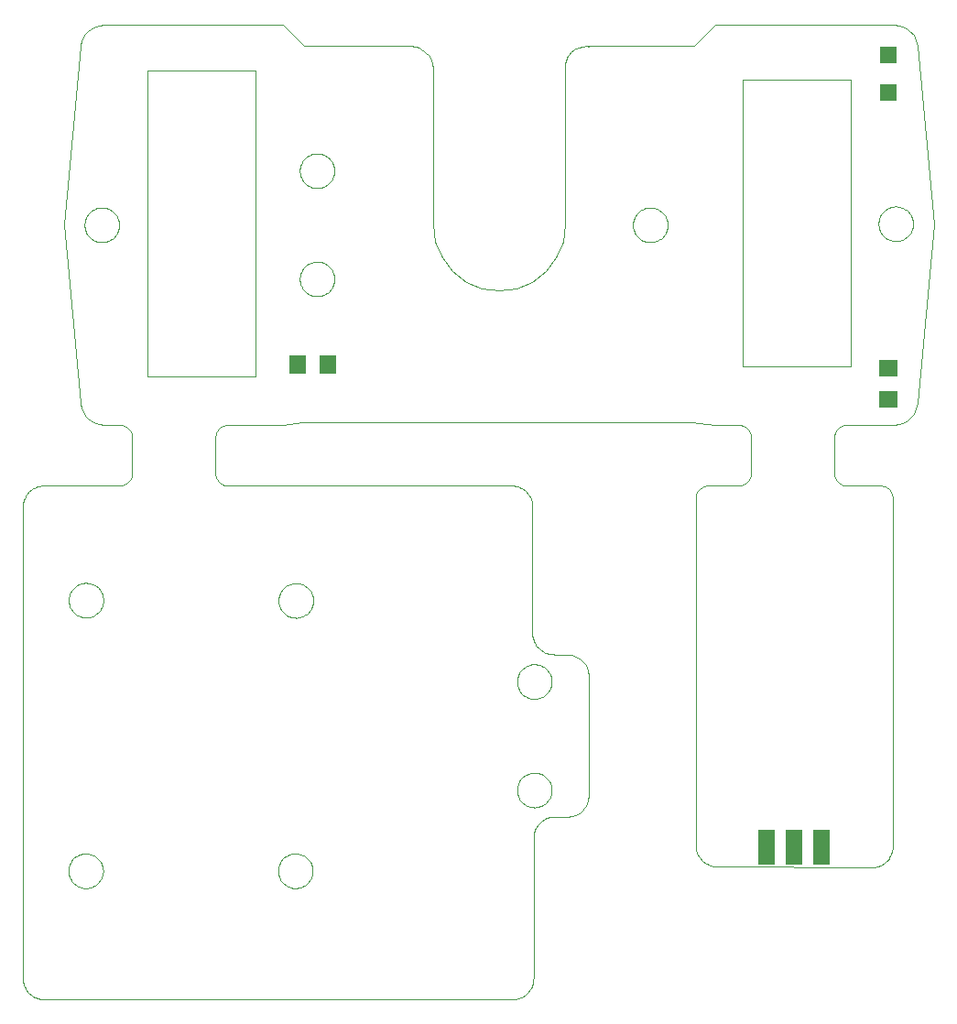
<source format=gtp>
G75*
G70*
%OFA0B0*%
%FSLAX24Y24*%
%IPPOS*%
%LPD*%
%AMOC8*
5,1,8,0,0,1.08239X$1,22.5*
%
%ADD10C,0.0010*%
%ADD11C,0.0000*%
%ADD12R,0.0630X0.0710*%
%ADD13R,0.0710X0.0630*%
%ADD14R,0.0591X0.0591*%
%ADD15R,0.0600X0.1300*%
D10*
X001892Y001853D02*
X001892Y018979D01*
X001893Y019033D01*
X001897Y019087D01*
X001905Y019141D01*
X001917Y019194D01*
X001933Y019246D01*
X001952Y019296D01*
X001975Y019345D01*
X002001Y019393D01*
X002030Y019438D01*
X002063Y019482D01*
X002098Y019523D01*
X002136Y019561D01*
X002177Y019596D01*
X002221Y019629D01*
X002266Y019658D01*
X002314Y019684D01*
X002363Y019707D01*
X002413Y019726D01*
X002465Y019742D01*
X002518Y019754D01*
X002572Y019762D01*
X002626Y019766D01*
X002680Y019767D01*
X002680Y019766D02*
X005396Y019766D01*
X005438Y019767D01*
X005480Y019771D01*
X005521Y019778D01*
X005561Y019790D01*
X005600Y019805D01*
X005638Y019824D01*
X005673Y019846D01*
X005706Y019871D01*
X005737Y019900D01*
X005765Y019931D01*
X005790Y019964D01*
X005812Y020000D01*
X005831Y020037D01*
X005846Y020076D01*
X005857Y020116D01*
X005865Y020158D01*
X005869Y020199D01*
X005869Y021499D01*
X005869Y021498D02*
X005868Y021540D01*
X005864Y021582D01*
X005857Y021623D01*
X005845Y021663D01*
X005830Y021702D01*
X005811Y021740D01*
X005789Y021775D01*
X005764Y021808D01*
X005735Y021839D01*
X005704Y021867D01*
X005671Y021892D01*
X005635Y021914D01*
X005598Y021933D01*
X005559Y021948D01*
X005519Y021959D01*
X005477Y021967D01*
X005436Y021971D01*
X004845Y021971D01*
X004852Y021978D02*
X004642Y022008D01*
X004542Y022038D01*
X004442Y022088D01*
X004352Y022138D01*
X004272Y022208D01*
X004192Y022288D01*
X004132Y022368D01*
X004082Y022458D01*
X004032Y022558D01*
X003992Y022768D01*
X003392Y029268D01*
X003992Y035758D01*
X004032Y035968D01*
X004082Y036068D01*
X004132Y036158D01*
X004192Y036238D01*
X004272Y036318D01*
X004352Y036388D01*
X004442Y036438D01*
X004542Y036488D01*
X004642Y036518D01*
X004852Y036548D01*
X011342Y036548D01*
X012132Y035758D01*
X015992Y035758D01*
X016202Y035728D01*
X016312Y035698D01*
X016402Y035648D01*
X016492Y035588D01*
X016572Y035518D01*
X016652Y035438D01*
X016712Y035348D01*
X016792Y035148D01*
X016822Y034928D01*
X016822Y029268D01*
X016902Y028638D01*
X017142Y028058D01*
X017522Y027568D01*
X018022Y027188D01*
X018602Y026948D01*
X019222Y026858D01*
X019842Y026948D01*
X020422Y027188D01*
X020922Y027568D01*
X021302Y028058D01*
X021542Y028638D01*
X021622Y029268D01*
X021622Y034928D01*
X021616Y034924D02*
X021614Y034979D01*
X021616Y035034D01*
X021621Y035088D01*
X021630Y035142D01*
X021643Y035195D01*
X021660Y035248D01*
X021681Y035298D01*
X021705Y035348D01*
X021732Y035395D01*
X021763Y035441D01*
X021797Y035484D01*
X021833Y035524D01*
X021873Y035562D01*
X021915Y035597D01*
X021960Y035629D01*
X022007Y035657D01*
X022055Y035683D01*
X022106Y035704D01*
X022157Y035722D01*
X022210Y035737D01*
X022264Y035747D01*
X022318Y035754D01*
X022373Y035757D01*
X022428Y035756D01*
X022483Y035751D01*
X022452Y035758D02*
X026312Y035758D01*
X027092Y036548D01*
X033592Y036548D01*
X033802Y036518D01*
X033902Y036488D01*
X034002Y036438D01*
X034092Y036388D01*
X034172Y036318D01*
X034312Y036158D01*
X034362Y036068D01*
X034402Y035968D01*
X034452Y035758D01*
X035052Y029268D01*
X034452Y022768D01*
X034402Y022558D01*
X034362Y022458D01*
X034312Y022368D01*
X034172Y022208D01*
X034092Y022138D01*
X034002Y022088D01*
X033902Y022038D01*
X033802Y022008D01*
X033592Y021978D01*
X033585Y021971D02*
X031892Y021971D01*
X031893Y021971D02*
X031851Y021970D01*
X031809Y021966D01*
X031768Y021959D01*
X031728Y021947D01*
X031689Y021932D01*
X031651Y021913D01*
X031616Y021891D01*
X031583Y021866D01*
X031552Y021837D01*
X031524Y021806D01*
X031499Y021773D01*
X031477Y021737D01*
X031458Y021700D01*
X031443Y021661D01*
X031432Y021621D01*
X031424Y021579D01*
X031420Y021538D01*
X031420Y020239D01*
X031421Y020197D01*
X031425Y020155D01*
X031432Y020114D01*
X031444Y020074D01*
X031459Y020035D01*
X031478Y019997D01*
X031500Y019962D01*
X031525Y019929D01*
X031554Y019898D01*
X031585Y019870D01*
X031618Y019845D01*
X031654Y019823D01*
X031691Y019804D01*
X031730Y019789D01*
X031770Y019778D01*
X031812Y019770D01*
X031853Y019766D01*
X033113Y019766D01*
X033113Y019767D02*
X033154Y019763D01*
X033196Y019755D01*
X033236Y019744D01*
X033275Y019729D01*
X033312Y019710D01*
X033348Y019688D01*
X033381Y019663D01*
X033412Y019635D01*
X033441Y019604D01*
X033466Y019571D01*
X033488Y019536D01*
X033507Y019498D01*
X033522Y019459D01*
X033534Y019419D01*
X033541Y019378D01*
X033545Y019336D01*
X033546Y019294D01*
X033546Y006656D01*
X033545Y006602D01*
X033541Y006548D01*
X033533Y006494D01*
X033521Y006441D01*
X033505Y006389D01*
X033486Y006339D01*
X033463Y006290D01*
X033437Y006242D01*
X033408Y006197D01*
X033375Y006153D01*
X033340Y006112D01*
X033302Y006074D01*
X033261Y006039D01*
X033217Y006006D01*
X033172Y005977D01*
X033124Y005951D01*
X033075Y005928D01*
X033025Y005909D01*
X032973Y005893D01*
X032920Y005881D01*
X032866Y005873D01*
X032812Y005869D01*
X032758Y005868D01*
X032758Y005869D02*
X027168Y005908D01*
X027114Y005909D01*
X027060Y005913D01*
X027006Y005921D01*
X026953Y005933D01*
X026901Y005949D01*
X026851Y005968D01*
X026802Y005991D01*
X026754Y006017D01*
X026709Y006046D01*
X026665Y006079D01*
X026624Y006114D01*
X026586Y006152D01*
X026551Y006193D01*
X026518Y006237D01*
X026489Y006282D01*
X026463Y006330D01*
X026440Y006379D01*
X026421Y006429D01*
X026405Y006481D01*
X026393Y006534D01*
X026385Y006588D01*
X026381Y006642D01*
X026380Y006696D01*
X026380Y006695D02*
X026380Y019333D01*
X026380Y019334D02*
X026384Y019375D01*
X026392Y019417D01*
X026403Y019457D01*
X026418Y019496D01*
X026437Y019533D01*
X026459Y019569D01*
X026484Y019602D01*
X026512Y019633D01*
X026543Y019662D01*
X026576Y019687D01*
X026611Y019709D01*
X026649Y019728D01*
X026688Y019743D01*
X026728Y019755D01*
X026769Y019762D01*
X026811Y019766D01*
X026853Y019767D01*
X026853Y019766D02*
X027916Y019766D01*
X027958Y019767D01*
X028000Y019771D01*
X028041Y019778D01*
X028081Y019790D01*
X028120Y019805D01*
X028158Y019824D01*
X028193Y019846D01*
X028226Y019871D01*
X028257Y019900D01*
X028285Y019931D01*
X028310Y019964D01*
X028332Y020000D01*
X028351Y020037D01*
X028366Y020076D01*
X028377Y020116D01*
X028385Y020158D01*
X028389Y020199D01*
X028388Y020199D02*
X028388Y021499D01*
X028389Y021498D02*
X028388Y021540D01*
X028384Y021582D01*
X028377Y021623D01*
X028365Y021663D01*
X028350Y021702D01*
X028331Y021740D01*
X028309Y021775D01*
X028284Y021808D01*
X028255Y021839D01*
X028224Y021867D01*
X028191Y021892D01*
X028155Y021914D01*
X028118Y021933D01*
X028079Y021948D01*
X028039Y021959D01*
X027997Y021967D01*
X027956Y021971D01*
X027955Y021971D02*
X027089Y021971D01*
X027092Y021978D02*
X026233Y022060D01*
X012053Y022060D01*
X011342Y021978D01*
X011341Y021971D02*
X009373Y021971D01*
X009331Y021970D01*
X009289Y021966D01*
X009248Y021959D01*
X009208Y021947D01*
X009169Y021932D01*
X009131Y021913D01*
X009096Y021891D01*
X009063Y021866D01*
X009032Y021837D01*
X009004Y021806D01*
X008979Y021773D01*
X008957Y021737D01*
X008938Y021700D01*
X008923Y021661D01*
X008912Y021621D01*
X008904Y021579D01*
X008900Y021538D01*
X008900Y020239D01*
X008901Y020197D01*
X008905Y020155D01*
X008912Y020114D01*
X008924Y020074D01*
X008939Y020035D01*
X008958Y019997D01*
X008980Y019962D01*
X009005Y019929D01*
X009034Y019898D01*
X009065Y019870D01*
X009098Y019845D01*
X009134Y019823D01*
X009171Y019804D01*
X009210Y019789D01*
X009250Y019778D01*
X009292Y019770D01*
X009333Y019766D01*
X019648Y019766D01*
X019648Y019767D02*
X019702Y019766D01*
X019756Y019762D01*
X019810Y019754D01*
X019863Y019742D01*
X019915Y019726D01*
X019965Y019707D01*
X020014Y019684D01*
X020062Y019658D01*
X020107Y019629D01*
X020151Y019596D01*
X020192Y019561D01*
X020230Y019523D01*
X020265Y019482D01*
X020298Y019438D01*
X020327Y019393D01*
X020353Y019345D01*
X020376Y019296D01*
X020395Y019246D01*
X020411Y019194D01*
X020423Y019141D01*
X020431Y019087D01*
X020435Y019033D01*
X020436Y018979D01*
X020436Y014412D01*
X020435Y014412D02*
X020436Y014358D01*
X020440Y014304D01*
X020448Y014250D01*
X020460Y014197D01*
X020476Y014145D01*
X020495Y014095D01*
X020518Y014046D01*
X020544Y013998D01*
X020573Y013953D01*
X020606Y013909D01*
X020641Y013868D01*
X020679Y013830D01*
X020720Y013795D01*
X020764Y013762D01*
X020809Y013733D01*
X020857Y013707D01*
X020906Y013684D01*
X020956Y013665D01*
X021008Y013649D01*
X021061Y013637D01*
X021115Y013629D01*
X021169Y013625D01*
X021223Y013624D01*
X021219Y013615D02*
X021698Y013615D01*
X021898Y013595D01*
X021998Y013555D01*
X022088Y013515D01*
X022178Y013455D01*
X022318Y013315D01*
X022378Y013225D01*
X022428Y013135D01*
X022458Y013035D01*
X022488Y012835D01*
X022488Y008505D01*
X022458Y008295D01*
X022428Y008195D01*
X022378Y008105D01*
X022318Y008025D01*
X022248Y007945D01*
X022178Y007875D01*
X022088Y007815D01*
X021998Y007775D01*
X021898Y007745D01*
X021698Y007715D01*
X021298Y007715D01*
X021263Y007719D02*
X021209Y007718D01*
X021155Y007714D01*
X021101Y007706D01*
X021048Y007694D01*
X020996Y007678D01*
X020946Y007659D01*
X020897Y007636D01*
X020849Y007610D01*
X020804Y007581D01*
X020760Y007548D01*
X020719Y007513D01*
X020681Y007475D01*
X020646Y007434D01*
X020613Y007390D01*
X020584Y007345D01*
X020558Y007297D01*
X020535Y007248D01*
X020516Y007198D01*
X020500Y007146D01*
X020488Y007093D01*
X020480Y007039D01*
X020476Y006985D01*
X020475Y006931D01*
X020475Y006932D02*
X020475Y001853D01*
X020474Y001799D01*
X020470Y001745D01*
X020462Y001691D01*
X020450Y001638D01*
X020434Y001586D01*
X020415Y001536D01*
X020392Y001487D01*
X020366Y001439D01*
X020337Y001394D01*
X020304Y001350D01*
X020269Y001309D01*
X020231Y001271D01*
X020190Y001236D01*
X020146Y001203D01*
X020101Y001174D01*
X020053Y001148D01*
X020004Y001125D01*
X019954Y001106D01*
X019902Y001090D01*
X019849Y001078D01*
X019795Y001070D01*
X019741Y001066D01*
X019687Y001065D01*
X019688Y001066D02*
X002680Y001066D01*
X002680Y001065D02*
X002626Y001066D01*
X002572Y001070D01*
X002518Y001078D01*
X002465Y001090D01*
X002413Y001106D01*
X002363Y001125D01*
X002314Y001148D01*
X002266Y001174D01*
X002221Y001203D01*
X002177Y001236D01*
X002136Y001271D01*
X002098Y001309D01*
X002063Y001350D01*
X002030Y001394D01*
X002001Y001439D01*
X001975Y001487D01*
X001952Y001536D01*
X001933Y001586D01*
X001917Y001638D01*
X001905Y001691D01*
X001897Y001745D01*
X001893Y001799D01*
X001892Y001853D01*
X006422Y023748D02*
X006422Y034857D01*
X010362Y034857D01*
X010362Y023748D01*
X006422Y023748D01*
X028082Y024102D02*
X032012Y024102D01*
X032012Y034543D01*
X028082Y034543D01*
X028082Y024102D01*
D11*
X024097Y029254D02*
X024099Y029304D01*
X024105Y029354D01*
X024115Y029403D01*
X024129Y029451D01*
X024146Y029498D01*
X024167Y029543D01*
X024192Y029587D01*
X024220Y029628D01*
X024252Y029667D01*
X024286Y029704D01*
X024323Y029738D01*
X024363Y029768D01*
X024405Y029795D01*
X024449Y029819D01*
X024495Y029840D01*
X024542Y029856D01*
X024590Y029869D01*
X024640Y029878D01*
X024689Y029883D01*
X024740Y029884D01*
X024790Y029881D01*
X024839Y029874D01*
X024888Y029863D01*
X024936Y029848D01*
X024982Y029830D01*
X025027Y029808D01*
X025070Y029782D01*
X025111Y029753D01*
X025150Y029721D01*
X025186Y029686D01*
X025218Y029648D01*
X025248Y029608D01*
X025275Y029565D01*
X025298Y029521D01*
X025317Y029475D01*
X025333Y029427D01*
X025345Y029378D01*
X025353Y029329D01*
X025357Y029279D01*
X025357Y029229D01*
X025353Y029179D01*
X025345Y029130D01*
X025333Y029081D01*
X025317Y029033D01*
X025298Y028987D01*
X025275Y028943D01*
X025248Y028900D01*
X025218Y028860D01*
X025186Y028822D01*
X025150Y028787D01*
X025111Y028755D01*
X025070Y028726D01*
X025027Y028700D01*
X024982Y028678D01*
X024936Y028660D01*
X024888Y028645D01*
X024839Y028634D01*
X024790Y028627D01*
X024740Y028624D01*
X024689Y028625D01*
X024640Y028630D01*
X024590Y028639D01*
X024542Y028652D01*
X024495Y028668D01*
X024449Y028689D01*
X024405Y028713D01*
X024363Y028740D01*
X024323Y028770D01*
X024286Y028804D01*
X024252Y028841D01*
X024220Y028880D01*
X024192Y028921D01*
X024167Y028965D01*
X024146Y029010D01*
X024129Y029057D01*
X024115Y029105D01*
X024105Y029154D01*
X024099Y029204D01*
X024097Y029254D01*
X033034Y029294D02*
X033036Y029344D01*
X033042Y029394D01*
X033052Y029443D01*
X033066Y029491D01*
X033083Y029538D01*
X033104Y029583D01*
X033129Y029627D01*
X033157Y029668D01*
X033189Y029707D01*
X033223Y029744D01*
X033260Y029778D01*
X033300Y029808D01*
X033342Y029835D01*
X033386Y029859D01*
X033432Y029880D01*
X033479Y029896D01*
X033527Y029909D01*
X033577Y029918D01*
X033626Y029923D01*
X033677Y029924D01*
X033727Y029921D01*
X033776Y029914D01*
X033825Y029903D01*
X033873Y029888D01*
X033919Y029870D01*
X033964Y029848D01*
X034007Y029822D01*
X034048Y029793D01*
X034087Y029761D01*
X034123Y029726D01*
X034155Y029688D01*
X034185Y029648D01*
X034212Y029605D01*
X034235Y029561D01*
X034254Y029515D01*
X034270Y029467D01*
X034282Y029418D01*
X034290Y029369D01*
X034294Y029319D01*
X034294Y029269D01*
X034290Y029219D01*
X034282Y029170D01*
X034270Y029121D01*
X034254Y029073D01*
X034235Y029027D01*
X034212Y028983D01*
X034185Y028940D01*
X034155Y028900D01*
X034123Y028862D01*
X034087Y028827D01*
X034048Y028795D01*
X034007Y028766D01*
X033964Y028740D01*
X033919Y028718D01*
X033873Y028700D01*
X033825Y028685D01*
X033776Y028674D01*
X033727Y028667D01*
X033677Y028664D01*
X033626Y028665D01*
X033577Y028670D01*
X033527Y028679D01*
X033479Y028692D01*
X033432Y028708D01*
X033386Y028729D01*
X033342Y028753D01*
X033300Y028780D01*
X033260Y028810D01*
X033223Y028844D01*
X033189Y028881D01*
X033157Y028920D01*
X033129Y028961D01*
X033104Y029005D01*
X033083Y029050D01*
X033066Y029097D01*
X033052Y029145D01*
X033042Y029194D01*
X033036Y029244D01*
X033034Y029294D01*
X019878Y012635D02*
X019880Y012685D01*
X019886Y012735D01*
X019896Y012784D01*
X019910Y012832D01*
X019927Y012879D01*
X019948Y012924D01*
X019973Y012968D01*
X020001Y013009D01*
X020033Y013048D01*
X020067Y013085D01*
X020104Y013119D01*
X020144Y013149D01*
X020186Y013176D01*
X020230Y013200D01*
X020276Y013221D01*
X020323Y013237D01*
X020371Y013250D01*
X020421Y013259D01*
X020470Y013264D01*
X020521Y013265D01*
X020571Y013262D01*
X020620Y013255D01*
X020669Y013244D01*
X020717Y013229D01*
X020763Y013211D01*
X020808Y013189D01*
X020851Y013163D01*
X020892Y013134D01*
X020931Y013102D01*
X020967Y013067D01*
X020999Y013029D01*
X021029Y012989D01*
X021056Y012946D01*
X021079Y012902D01*
X021098Y012856D01*
X021114Y012808D01*
X021126Y012759D01*
X021134Y012710D01*
X021138Y012660D01*
X021138Y012610D01*
X021134Y012560D01*
X021126Y012511D01*
X021114Y012462D01*
X021098Y012414D01*
X021079Y012368D01*
X021056Y012324D01*
X021029Y012281D01*
X020999Y012241D01*
X020967Y012203D01*
X020931Y012168D01*
X020892Y012136D01*
X020851Y012107D01*
X020808Y012081D01*
X020763Y012059D01*
X020717Y012041D01*
X020669Y012026D01*
X020620Y012015D01*
X020571Y012008D01*
X020521Y012005D01*
X020470Y012006D01*
X020421Y012011D01*
X020371Y012020D01*
X020323Y012033D01*
X020276Y012049D01*
X020230Y012070D01*
X020186Y012094D01*
X020144Y012121D01*
X020104Y012151D01*
X020067Y012185D01*
X020033Y012222D01*
X020001Y012261D01*
X019973Y012302D01*
X019948Y012346D01*
X019927Y012391D01*
X019910Y012438D01*
X019896Y012486D01*
X019886Y012535D01*
X019880Y012585D01*
X019878Y012635D01*
X019878Y008685D02*
X019880Y008735D01*
X019886Y008785D01*
X019896Y008834D01*
X019910Y008882D01*
X019927Y008929D01*
X019948Y008974D01*
X019973Y009018D01*
X020001Y009059D01*
X020033Y009098D01*
X020067Y009135D01*
X020104Y009169D01*
X020144Y009199D01*
X020186Y009226D01*
X020230Y009250D01*
X020276Y009271D01*
X020323Y009287D01*
X020371Y009300D01*
X020421Y009309D01*
X020470Y009314D01*
X020521Y009315D01*
X020571Y009312D01*
X020620Y009305D01*
X020669Y009294D01*
X020717Y009279D01*
X020763Y009261D01*
X020808Y009239D01*
X020851Y009213D01*
X020892Y009184D01*
X020931Y009152D01*
X020967Y009117D01*
X020999Y009079D01*
X021029Y009039D01*
X021056Y008996D01*
X021079Y008952D01*
X021098Y008906D01*
X021114Y008858D01*
X021126Y008809D01*
X021134Y008760D01*
X021138Y008710D01*
X021138Y008660D01*
X021134Y008610D01*
X021126Y008561D01*
X021114Y008512D01*
X021098Y008464D01*
X021079Y008418D01*
X021056Y008374D01*
X021029Y008331D01*
X020999Y008291D01*
X020967Y008253D01*
X020931Y008218D01*
X020892Y008186D01*
X020851Y008157D01*
X020808Y008131D01*
X020763Y008109D01*
X020717Y008091D01*
X020669Y008076D01*
X020620Y008065D01*
X020571Y008058D01*
X020521Y008055D01*
X020470Y008056D01*
X020421Y008061D01*
X020371Y008070D01*
X020323Y008083D01*
X020276Y008099D01*
X020230Y008120D01*
X020186Y008144D01*
X020144Y008171D01*
X020104Y008201D01*
X020067Y008235D01*
X020033Y008272D01*
X020001Y008311D01*
X019973Y008352D01*
X019948Y008396D01*
X019927Y008441D01*
X019910Y008488D01*
X019896Y008536D01*
X019886Y008585D01*
X019880Y008635D01*
X019878Y008685D01*
X011178Y005745D02*
X011180Y005795D01*
X011186Y005845D01*
X011196Y005894D01*
X011210Y005942D01*
X011227Y005989D01*
X011248Y006034D01*
X011273Y006078D01*
X011301Y006119D01*
X011333Y006158D01*
X011367Y006195D01*
X011404Y006229D01*
X011444Y006259D01*
X011486Y006286D01*
X011530Y006310D01*
X011576Y006331D01*
X011623Y006347D01*
X011671Y006360D01*
X011721Y006369D01*
X011770Y006374D01*
X011821Y006375D01*
X011871Y006372D01*
X011920Y006365D01*
X011969Y006354D01*
X012017Y006339D01*
X012063Y006321D01*
X012108Y006299D01*
X012151Y006273D01*
X012192Y006244D01*
X012231Y006212D01*
X012267Y006177D01*
X012299Y006139D01*
X012329Y006099D01*
X012356Y006056D01*
X012379Y006012D01*
X012398Y005966D01*
X012414Y005918D01*
X012426Y005869D01*
X012434Y005820D01*
X012438Y005770D01*
X012438Y005720D01*
X012434Y005670D01*
X012426Y005621D01*
X012414Y005572D01*
X012398Y005524D01*
X012379Y005478D01*
X012356Y005434D01*
X012329Y005391D01*
X012299Y005351D01*
X012267Y005313D01*
X012231Y005278D01*
X012192Y005246D01*
X012151Y005217D01*
X012108Y005191D01*
X012063Y005169D01*
X012017Y005151D01*
X011969Y005136D01*
X011920Y005125D01*
X011871Y005118D01*
X011821Y005115D01*
X011770Y005116D01*
X011721Y005121D01*
X011671Y005130D01*
X011623Y005143D01*
X011576Y005159D01*
X011530Y005180D01*
X011486Y005204D01*
X011444Y005231D01*
X011404Y005261D01*
X011367Y005295D01*
X011333Y005332D01*
X011301Y005371D01*
X011273Y005412D01*
X011248Y005456D01*
X011227Y005501D01*
X011210Y005548D01*
X011196Y005596D01*
X011186Y005645D01*
X011180Y005695D01*
X011178Y005745D01*
X003548Y005745D02*
X003550Y005795D01*
X003556Y005845D01*
X003566Y005894D01*
X003580Y005942D01*
X003597Y005989D01*
X003618Y006034D01*
X003643Y006078D01*
X003671Y006119D01*
X003703Y006158D01*
X003737Y006195D01*
X003774Y006229D01*
X003814Y006259D01*
X003856Y006286D01*
X003900Y006310D01*
X003946Y006331D01*
X003993Y006347D01*
X004041Y006360D01*
X004091Y006369D01*
X004140Y006374D01*
X004191Y006375D01*
X004241Y006372D01*
X004290Y006365D01*
X004339Y006354D01*
X004387Y006339D01*
X004433Y006321D01*
X004478Y006299D01*
X004521Y006273D01*
X004562Y006244D01*
X004601Y006212D01*
X004637Y006177D01*
X004669Y006139D01*
X004699Y006099D01*
X004726Y006056D01*
X004749Y006012D01*
X004768Y005966D01*
X004784Y005918D01*
X004796Y005869D01*
X004804Y005820D01*
X004808Y005770D01*
X004808Y005720D01*
X004804Y005670D01*
X004796Y005621D01*
X004784Y005572D01*
X004768Y005524D01*
X004749Y005478D01*
X004726Y005434D01*
X004699Y005391D01*
X004669Y005351D01*
X004637Y005313D01*
X004601Y005278D01*
X004562Y005246D01*
X004521Y005217D01*
X004478Y005191D01*
X004433Y005169D01*
X004387Y005151D01*
X004339Y005136D01*
X004290Y005125D01*
X004241Y005118D01*
X004191Y005115D01*
X004140Y005116D01*
X004091Y005121D01*
X004041Y005130D01*
X003993Y005143D01*
X003946Y005159D01*
X003900Y005180D01*
X003856Y005204D01*
X003814Y005231D01*
X003774Y005261D01*
X003737Y005295D01*
X003703Y005332D01*
X003671Y005371D01*
X003643Y005412D01*
X003618Y005456D01*
X003597Y005501D01*
X003580Y005548D01*
X003566Y005596D01*
X003556Y005645D01*
X003550Y005695D01*
X003548Y005745D01*
X003558Y015595D02*
X003560Y015645D01*
X003566Y015695D01*
X003576Y015744D01*
X003590Y015792D01*
X003607Y015839D01*
X003628Y015884D01*
X003653Y015928D01*
X003681Y015969D01*
X003713Y016008D01*
X003747Y016045D01*
X003784Y016079D01*
X003824Y016109D01*
X003866Y016136D01*
X003910Y016160D01*
X003956Y016181D01*
X004003Y016197D01*
X004051Y016210D01*
X004101Y016219D01*
X004150Y016224D01*
X004201Y016225D01*
X004251Y016222D01*
X004300Y016215D01*
X004349Y016204D01*
X004397Y016189D01*
X004443Y016171D01*
X004488Y016149D01*
X004531Y016123D01*
X004572Y016094D01*
X004611Y016062D01*
X004647Y016027D01*
X004679Y015989D01*
X004709Y015949D01*
X004736Y015906D01*
X004759Y015862D01*
X004778Y015816D01*
X004794Y015768D01*
X004806Y015719D01*
X004814Y015670D01*
X004818Y015620D01*
X004818Y015570D01*
X004814Y015520D01*
X004806Y015471D01*
X004794Y015422D01*
X004778Y015374D01*
X004759Y015328D01*
X004736Y015284D01*
X004709Y015241D01*
X004679Y015201D01*
X004647Y015163D01*
X004611Y015128D01*
X004572Y015096D01*
X004531Y015067D01*
X004488Y015041D01*
X004443Y015019D01*
X004397Y015001D01*
X004349Y014986D01*
X004300Y014975D01*
X004251Y014968D01*
X004201Y014965D01*
X004150Y014966D01*
X004101Y014971D01*
X004051Y014980D01*
X004003Y014993D01*
X003956Y015009D01*
X003910Y015030D01*
X003866Y015054D01*
X003824Y015081D01*
X003784Y015111D01*
X003747Y015145D01*
X003713Y015182D01*
X003681Y015221D01*
X003653Y015262D01*
X003628Y015306D01*
X003607Y015351D01*
X003590Y015398D01*
X003576Y015446D01*
X003566Y015495D01*
X003560Y015545D01*
X003558Y015595D01*
X011198Y015585D02*
X011200Y015635D01*
X011206Y015685D01*
X011216Y015734D01*
X011230Y015782D01*
X011247Y015829D01*
X011268Y015874D01*
X011293Y015918D01*
X011321Y015959D01*
X011353Y015998D01*
X011387Y016035D01*
X011424Y016069D01*
X011464Y016099D01*
X011506Y016126D01*
X011550Y016150D01*
X011596Y016171D01*
X011643Y016187D01*
X011691Y016200D01*
X011741Y016209D01*
X011790Y016214D01*
X011841Y016215D01*
X011891Y016212D01*
X011940Y016205D01*
X011989Y016194D01*
X012037Y016179D01*
X012083Y016161D01*
X012128Y016139D01*
X012171Y016113D01*
X012212Y016084D01*
X012251Y016052D01*
X012287Y016017D01*
X012319Y015979D01*
X012349Y015939D01*
X012376Y015896D01*
X012399Y015852D01*
X012418Y015806D01*
X012434Y015758D01*
X012446Y015709D01*
X012454Y015660D01*
X012458Y015610D01*
X012458Y015560D01*
X012454Y015510D01*
X012446Y015461D01*
X012434Y015412D01*
X012418Y015364D01*
X012399Y015318D01*
X012376Y015274D01*
X012349Y015231D01*
X012319Y015191D01*
X012287Y015153D01*
X012251Y015118D01*
X012212Y015086D01*
X012171Y015057D01*
X012128Y015031D01*
X012083Y015009D01*
X012037Y014991D01*
X011989Y014976D01*
X011940Y014965D01*
X011891Y014958D01*
X011841Y014955D01*
X011790Y014956D01*
X011741Y014961D01*
X011691Y014970D01*
X011643Y014983D01*
X011596Y014999D01*
X011550Y015020D01*
X011506Y015044D01*
X011464Y015071D01*
X011424Y015101D01*
X011387Y015135D01*
X011353Y015172D01*
X011321Y015211D01*
X011293Y015252D01*
X011268Y015296D01*
X011247Y015341D01*
X011230Y015388D01*
X011216Y015436D01*
X011206Y015485D01*
X011200Y015535D01*
X011198Y015585D01*
X011971Y027286D02*
X011973Y027336D01*
X011979Y027386D01*
X011989Y027435D01*
X012003Y027483D01*
X012020Y027530D01*
X012041Y027575D01*
X012066Y027619D01*
X012094Y027660D01*
X012126Y027699D01*
X012160Y027736D01*
X012197Y027770D01*
X012237Y027800D01*
X012279Y027827D01*
X012323Y027851D01*
X012369Y027872D01*
X012416Y027888D01*
X012464Y027901D01*
X012514Y027910D01*
X012563Y027915D01*
X012614Y027916D01*
X012664Y027913D01*
X012713Y027906D01*
X012762Y027895D01*
X012810Y027880D01*
X012856Y027862D01*
X012901Y027840D01*
X012944Y027814D01*
X012985Y027785D01*
X013024Y027753D01*
X013060Y027718D01*
X013092Y027680D01*
X013122Y027640D01*
X013149Y027597D01*
X013172Y027553D01*
X013191Y027507D01*
X013207Y027459D01*
X013219Y027410D01*
X013227Y027361D01*
X013231Y027311D01*
X013231Y027261D01*
X013227Y027211D01*
X013219Y027162D01*
X013207Y027113D01*
X013191Y027065D01*
X013172Y027019D01*
X013149Y026975D01*
X013122Y026932D01*
X013092Y026892D01*
X013060Y026854D01*
X013024Y026819D01*
X012985Y026787D01*
X012944Y026758D01*
X012901Y026732D01*
X012856Y026710D01*
X012810Y026692D01*
X012762Y026677D01*
X012713Y026666D01*
X012664Y026659D01*
X012614Y026656D01*
X012563Y026657D01*
X012514Y026662D01*
X012464Y026671D01*
X012416Y026684D01*
X012369Y026700D01*
X012323Y026721D01*
X012279Y026745D01*
X012237Y026772D01*
X012197Y026802D01*
X012160Y026836D01*
X012126Y026873D01*
X012094Y026912D01*
X012066Y026953D01*
X012041Y026997D01*
X012020Y027042D01*
X012003Y027089D01*
X011989Y027137D01*
X011979Y027186D01*
X011973Y027236D01*
X011971Y027286D01*
X011971Y031223D02*
X011973Y031273D01*
X011979Y031323D01*
X011989Y031372D01*
X012003Y031420D01*
X012020Y031467D01*
X012041Y031512D01*
X012066Y031556D01*
X012094Y031597D01*
X012126Y031636D01*
X012160Y031673D01*
X012197Y031707D01*
X012237Y031737D01*
X012279Y031764D01*
X012323Y031788D01*
X012369Y031809D01*
X012416Y031825D01*
X012464Y031838D01*
X012514Y031847D01*
X012563Y031852D01*
X012614Y031853D01*
X012664Y031850D01*
X012713Y031843D01*
X012762Y031832D01*
X012810Y031817D01*
X012856Y031799D01*
X012901Y031777D01*
X012944Y031751D01*
X012985Y031722D01*
X013024Y031690D01*
X013060Y031655D01*
X013092Y031617D01*
X013122Y031577D01*
X013149Y031534D01*
X013172Y031490D01*
X013191Y031444D01*
X013207Y031396D01*
X013219Y031347D01*
X013227Y031298D01*
X013231Y031248D01*
X013231Y031198D01*
X013227Y031148D01*
X013219Y031099D01*
X013207Y031050D01*
X013191Y031002D01*
X013172Y030956D01*
X013149Y030912D01*
X013122Y030869D01*
X013092Y030829D01*
X013060Y030791D01*
X013024Y030756D01*
X012985Y030724D01*
X012944Y030695D01*
X012901Y030669D01*
X012856Y030647D01*
X012810Y030629D01*
X012762Y030614D01*
X012713Y030603D01*
X012664Y030596D01*
X012614Y030593D01*
X012563Y030594D01*
X012514Y030599D01*
X012464Y030608D01*
X012416Y030621D01*
X012369Y030637D01*
X012323Y030658D01*
X012279Y030682D01*
X012237Y030709D01*
X012197Y030739D01*
X012160Y030773D01*
X012126Y030810D01*
X012094Y030849D01*
X012066Y030890D01*
X012041Y030934D01*
X012020Y030979D01*
X012003Y031026D01*
X011989Y031074D01*
X011979Y031123D01*
X011973Y031173D01*
X011971Y031223D01*
X004136Y029254D02*
X004138Y029304D01*
X004144Y029354D01*
X004154Y029403D01*
X004168Y029451D01*
X004185Y029498D01*
X004206Y029543D01*
X004231Y029587D01*
X004259Y029628D01*
X004291Y029667D01*
X004325Y029704D01*
X004362Y029738D01*
X004402Y029768D01*
X004444Y029795D01*
X004488Y029819D01*
X004534Y029840D01*
X004581Y029856D01*
X004629Y029869D01*
X004679Y029878D01*
X004728Y029883D01*
X004779Y029884D01*
X004829Y029881D01*
X004878Y029874D01*
X004927Y029863D01*
X004975Y029848D01*
X005021Y029830D01*
X005066Y029808D01*
X005109Y029782D01*
X005150Y029753D01*
X005189Y029721D01*
X005225Y029686D01*
X005257Y029648D01*
X005287Y029608D01*
X005314Y029565D01*
X005337Y029521D01*
X005356Y029475D01*
X005372Y029427D01*
X005384Y029378D01*
X005392Y029329D01*
X005396Y029279D01*
X005396Y029229D01*
X005392Y029179D01*
X005384Y029130D01*
X005372Y029081D01*
X005356Y029033D01*
X005337Y028987D01*
X005314Y028943D01*
X005287Y028900D01*
X005257Y028860D01*
X005225Y028822D01*
X005189Y028787D01*
X005150Y028755D01*
X005109Y028726D01*
X005066Y028700D01*
X005021Y028678D01*
X004975Y028660D01*
X004927Y028645D01*
X004878Y028634D01*
X004829Y028627D01*
X004779Y028624D01*
X004728Y028625D01*
X004679Y028630D01*
X004629Y028639D01*
X004581Y028652D01*
X004534Y028668D01*
X004488Y028689D01*
X004444Y028713D01*
X004402Y028740D01*
X004362Y028770D01*
X004325Y028804D01*
X004291Y028841D01*
X004259Y028880D01*
X004231Y028921D01*
X004206Y028965D01*
X004185Y029010D01*
X004168Y029057D01*
X004154Y029105D01*
X004144Y029154D01*
X004138Y029204D01*
X004136Y029254D01*
D12*
X011884Y024176D03*
X013003Y024176D03*
D13*
X033388Y024027D03*
X033388Y022907D03*
D14*
X033388Y034077D03*
X033388Y035455D03*
D15*
X030963Y006617D03*
X029963Y006617D03*
X028963Y006617D03*
M02*

</source>
